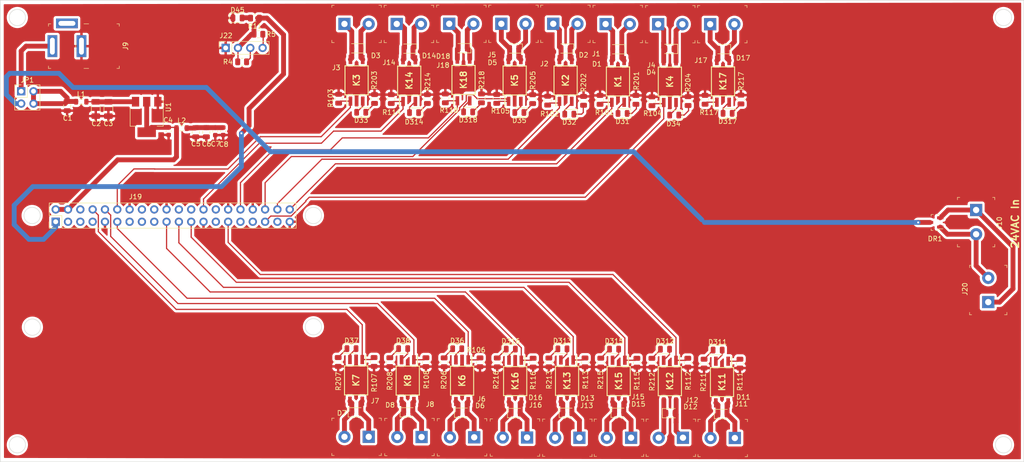
<source format=kicad_pcb>
(kicad_pcb (version 20211014) (generator pcbnew)
  (layers (0 "F.Cu" signal) (1 "In1.Cu" signal) (2 "In2.Cu" signal) (31 "B.Cu" signal) (34 "B.Paste" user) (35 "F.Paste" user) (36 "B.SilkS" user "B.Silkscreen") (37 "F.SilkS" user "F.Silkscreen") (38 "B.Mask" user) (39 "F.Mask" user) (44 "Edge.Cuts" user))
  (net 0 "")
  (net 1 "VBUS")
  (net 2 "GND")
  (net 3 "Net-(C2-Pad1)")
  (net 4 "Net-(D33-Pad1)")
  (net 5 "I2C_SCL")
  (net 6 "I2C_SDA")
  (net 7 "Net-(J5-Pad1)")
  (net 8 "Net-(J5-Pad2)")
  (net 9 "Net-(J6-Pad1)")
  (net 10 "Net-(J6-Pad2)")
  (net 11 "Net-(J8-Pad1)")
  (net 12 "Net-(J15-Pad1)")
  (net 13 "Net-(J15-Pad2)")
  (net 14 "Net-(J17-Pad1)")
  (net 15 "Net-(J17-Pad2)")
  (net 16 "Net-(J18-Pad1)")
  (net 17 "Net-(D35-Pad2)")
  (net 18 "Net-(D36-Pad2)")
  (net 19 "Net-(D37-Pad1)")
  (net 20 "Net-(D37-Pad2)")
  (net 21 "Net-(D38-Pad2)")
  (net 22 "Net-(J19-Pad19)")
  (net 23 "Net-(J19-Pad21)")
  (net 24 "Net-(J19-Pad23)")
  (net 25 "Net-(J19-Pad26)")
  (net 26 "Net-(J19-Pad29)")
  (net 27 "Net-(J19-Pad31)")
  (net 28 "Net-(J19-Pad32)")
  (net 29 "Net-(D311-Pad1)")
  (net 30 "Net-(D312-Pad2)")
  (net 31 "Net-(D315-Pad2)")
  (net 32 "Net-(D316-Pad2)")
  (net 33 "Net-(D317-Pad2)")
  (net 34 "Net-(D318-Pad2)")
  (net 35 "Net-(D45-Pad2)")
  (net 36 "Net-(J16-Pad1)")
  (net 37 "Net-(J16-Pad2)")
  (net 38 "Net-(D31-Pad1)")
  (net 39 "Net-(D32-Pad1)")
  (net 40 "Net-(D34-Pad1)")
  (net 41 "Net-(D35-Pad1)")
  (net 42 "Net-(D36-Pad1)")
  (net 43 "Net-(D38-Pad1)")
  (net 44 "Net-(D312-Pad1)")
  (net 45 "Net-(D313-Pad1)")
  (net 46 "Net-(D314-Pad1)")
  (net 47 "Net-(D314-Pad2)")
  (net 48 "Net-(D315-Pad1)")
  (net 49 "Net-(D316-Pad1)")
  (net 50 "Net-(D317-Pad1)")
  (net 51 "Net-(D318-Pad1)")
  (net 56 "Net-(J19-Pad8)")
  (net 57 "Net-(J19-Pad10)")
  (net 58 "Net-(J19-Pad11)")
  (net 59 "Net-(J19-Pad12)")
  (net 62 "Net-(J19-Pad33)")
  (net 66 "Net-(J19-Pad40)")
  (net 67 "Net-(J19-Pad35)")
  (net 68 "Net-(J19-Pad36)")
  (net 70 "Net-(J19-Pad38)")
  (net 71 "DC_IN")
  (net 72 "AC_L_In")
  (net 73 "AC_N_In")
  (net 75 "Net-(D33-Pad2)")
  (net 76 "Net-(J4-Pad1)")
  (net 77 "Net-(J4-Pad2)")
  (net 78 "Net-(J12-Pad1)")
  (net 79 "Net-(J12-Pad2)")
  (net 80 "Net-(J13-Pad1)")
  (net 81 "Net-(J13-Pad2)")
  (net 82 "Net-(J14-Pad2)")
  (net 83 "Net-(D31-Pad2)")
  (net 84 "Net-(D32-Pad2)")
  (net 85 "Net-(D34-Pad2)")
  (net 86 "Net-(D311-Pad2)")
  (net 87 "Net-(D313-Pad2)")
  (net 88 "Net-(J2-Pad1)")
  (net 89 "Net-(J2-Pad2)")
  (net 90 "Net-(J11-Pad1)")
  (net 91 "Net-(J11-Pad2)")
  (net 92 "16VDC Unregulated In from AC")
  (net 93 "+3V3")
  (net 94 "5V")
  (net 95 "Net-(C5-Pad1)")
  (net 96 "Net-(D1-Pad1)")
  (net 97 "Net-(D1-Pad2)")
  (net 98 "Net-(D3-Pad1)")
  (net 99 "Net-(D3-Pad2)")
  (net 100 "Net-(D7-Pad1)")
  (net 101 "Net-(D7-Pad2)")
  (net 102 "Net-(D8-Pad1)")
  (net 103 "Net-(D14-Pad2)")
  (net 104 "Net-(D18-Pad1)")
  (footprint "Panasonic-SSR:SOP254P962X315-4N" (layer "F.Cu") (at 133.85 82.35 90)
    (fp_text reference "K2")
    (fp_text value "AQY212GHAX" hide)
  )
  (footprint "digikey-footprints:Term_Block_1x2_P5mm" (layer "F.Cu") (at 109.85 70.65)
    (fp_text reference "J18")
    (fp_text value "OSTTC020162")
  )
  (footprint "Resistor_SMD:R_0805_2012Metric" (layer "F.Cu") (at 67.15 78.5)
    (fp_text reference "R4")
    (fp_text value "10k")
  )
  (footprint "Resistor_SMD:R_0805_2012Metric" (layer "F.Cu") (at 159.1 86.6 -90)
    (fp_text reference "R204")
    (fp_text value "R")
  )
  (footprint "Diode_SMD:D_0805_2012Metric" (layer "F.Cu") (at 166.2 151.2)
    (fp_text reference "D11")
    (fp_text value "D")
  )
  (footprint "digikey-footprints:Term_Block_1x2_P5mm" (layer "F.Cu") (at 88.25 70.675)
    (fp_text reference "J3")
    (fp_text value "OSTTC020162")
  )
  (footprint "Capacitor_SMD:C_0805_2012Metric" (layer "F.Cu") (at 57.59 93.03 -90)
    (fp_text reference "C5")
    (fp_text value "100n")
  )
  (footprint "Resistor_SMD:R_0805_2012Metric" (layer "F.Cu") (at 127.05 86.2 -90)
    (fp_text reference "R205")
    (fp_text value "R")
  )
  (footprint "digikey-footprints:Term_Block_1x2_P5mm" (layer "F.Cu") (at 152.932566 70.7375)
    (fp_text reference "J4")
    (fp_text value "OSTTC020162")
  )
  (footprint "Resistor_SMD:R_0805_2012Metric" (layer "F.Cu") (at 137.55 86.55 -90)
    (fp_text reference "R202")
    (fp_text value "R")
  )
  (footprint "LED_SMD:LED_0805_2012Metric" (layer "F.Cu") (at 156.25 89.4875 180)
    (fp_text reference "D34")
    (fp_text value "D")
  )
  (footprint "digikey-footprints:Term_Block_1x2_P5mm" (layer "F.Cu") (at 218.5 109.085 -90)
    (fp_text reference "J10")
    (fp_text value "24VAC In")
  )
  (footprint "Capacitor_SMD:C_0603_1608Metric" (layer "F.Cu") (at 63.24 92.83 -90)
    (fp_text reference "C8")
    (fp_text value "100n")
  )
  (footprint "LED_SMD:LED_0805_2012Metric" (layer "F.Cu") (at 89.7 137.705192)
    (fp_text reference "D37")
    (fp_text value "D")
  )
  (footprint "Connector_PinHeader_2.54mm:PinHeader_2x02_P2.54mm_Vertical" (layer "F.Cu") (at 21.59 84.582)
    (fp_text reference "JP1")
    (fp_text value "VBUS Select")
  )
  (footprint "Diode_SMD:D_0805_2012Metric" (layer "F.Cu") (at 133.85 75.75 180)
    (fp_text reference "D2")
    (fp_text value "D")
  )
  (footprint "Panasonic-SSR:SOP254P962X315-4N" (layer "F.Cu") (at 112.801421 82.24 90)
    (fp_text reference "K18")
    (fp_text value "AQY212GHAX" hide)
  )
  (footprint "LED_SMD:LED_0805_2012Metric" (layer "F.Cu") (at 113.751421 88.84 180)
    (fp_text reference "D318")
    (fp_text value "D")
  )
  (footprint "Resistor_SMD:R_0805_2012Metric" (layer "F.Cu") (at 137.85 140.55 -90)
    (fp_text reference "R113")
    (fp_text value "4k7")
  )
  (footprint "LED_SMD:LED_0805_2012Metric" (layer "F.Cu") (at 154.345765 137.81875)
    (fp_text reference "D312")
    (fp_text value "D")
  )
  (footprint "Panasonic-SSR:SOP254P962X315-4N" (layer "F.Cu") (at 144.65 82.55 90)
    (fp_text reference "K1")
    (fp_text value "AQY212GHAX" hide)
  )
  (footprint "Resistor_SMD:R_0805_2012Metric" (layer "F.Cu") (at 116.501421 86.04 -90)
    (fp_text reference "R218")
    (fp_text value "R")
  )
  (footprint "Diode_SMD:D_0805_2012Metric" (layer "F.Cu") (at 144.9 150.95)
    (fp_text reference "D15")
    (fp_text value "D")
  )
  (footprint "Diode_SMD:D_0805_2012Metric" (layer "F.Cu") (at 134.2 150.95)
    (fp_text reference "D13")
    (fp_text value "D")
  )
  (footprint "Panasonic-SSR:SOP254P962X315-4N" (layer "F.Cu") (at 112.49998 144.32584 -90)
    (fp_text reference "K6")
    (fp_text value "AQY212GHAX" hide)
  )
  (footprint "Package_TO_SOT_SMD:SOT-223-3_TabPin2" (layer "F.Cu") (at 47.47 89.88 -90)
    (fp_text reference "U1")
    (fp_text value "AP1117-50")
  )
  (footprint "Diode_SMD:D_0805_2012Metric" (layer "F.Cu") (at 155.477015 151.025)
    (fp_text reference "D12")
    (fp_text value "D")
  )
  (footprint "Resistor_SMD:R_0805_2012Metric" (layer "F.Cu") (at 130.15 86.5125 90)
    (fp_text reference "R102")
    (fp_text value "4k7")
  )
  (footprint "Resistor_SMD:R_0805_2012Metric" (layer "F.Cu") (at 69.795 69.475 180)
    (fp_text reference "R11")
    (fp_text value "22")
  )
  (footprint "Diode_SMD:D_0805_2012Metric" (layer "F.Cu") (at 90.7 75.7125 180)
    (fp_text reference "D3")
    (fp_text value "D")
  )
  (footprint "Diode_SMD:D_0805_2012Metric" (layer "F.Cu") (at 166.20625 75.88125 180)
    (fp_text reference "D17")
    (fp_text value "D")
  )
  (footprint "digikey-footprints:Term_Block_1x2_P5mm" (layer "F.Cu") (at 142.1 70.7)
    (fp_text reference "J1")
    (fp_text value "OSTTC020162")
  )
  (footprint "Resistor_SMD:R_0805_2012Metric" (layer "F.Cu") (at 94.35 140.455192 -90)
    (fp_text reference "R107")
    (fp_text value "4k7")
  )
  (footprint "Resistor_SMD:R_0805_2012Metric" (layer "F.Cu") (at 140.95 86.35 90)
    (fp_text reference "R101")
    (fp_text value "4k7")
  )
  (footprint "Resistor_SMD:R_0805_2012Metric" (layer "F.Cu") (at 116.19998 140.52584 -90)
    (fp_text reference "R106")
    (fp_text value "4k7")
  )
  (footprint "digikey-footprints:Barrel_Jack_5.5mmODx2.1mmID_PJ-202A" (layer "F.Cu") (at 31.02029 75.26147 -90)
    (fp_text reference "J9")
    (fp_text value "PJ-202A")
  )
  (footprint "Resistor_SMD:R_0805_2012Metric" (layer "F.Cu") (at 87.05 86.1125 90)
    (fp_text reference "R103")
    (fp_text value "4k7")
  )
  (footprint "Panasonic-SSR:SOP254P962X315-4N" (layer "F.Cu") (at 166.1 144.6 -90)
    (fp_text reference "K11")
    (fp_text value "AQY212GHAX" hide)
  )
  (footprint "Capacitor_SMD:C_1206_3216Metric" (layer "F.Cu") (at 39.57 88.23 -90)
    (fp_text reference "C3")
    (fp_text value "100n")
  )
  (footprint "Resistor_SMD:R_0805_2012Metric" (layer "F.Cu") (at 159.045765 140.60625 -90)
    (fp_text reference "R112")
    (fp_text value "4k7")
  )
  (footprint "Resistor_SMD:R_0805_2012Metric" (layer "F.Cu") (at 108.79998 140.52584 90)
    (fp_text reference "R206")
    (fp_text value "R")
  )
  (footprint "Diode_SMD:D_0805_2012Metric" (layer "F.Cu") (at 101.45 75.78125 180)
    (fp_text reference "D14")
    (fp_text value "D")
  )
  (footprint "Diode_SMD:D_0805_2012Metric" (layer "F.Cu") (at 123.55 151)
    (fp_text reference "D16")
    (fp_text value "D")
  )
  (footprint "Panasonic-SSR:SOP254P962X315-4N" (layer "F.Cu") (at 155.35 82.5875 90)
    (fp_text reference "K4")
    (fp_text value "AQY212GHAX" hide)
  )
  (footprint "Resistor_SMD:R_0805_2012Metric" (layer "F.Cu") (at 86.95 140.455192 90)
    (fp_text reference "R207")
    (fp_text value "R")
  )
  (footprint "Capacitor_SMD:C_0805_2012Metric" (layer "F.Cu") (at 59.765 93.03 -90)
    (fp_text reference "C6")
    (fp_text value "10n")
  )
  (footprint "Resistor_SMD:R_0805_2012Metric" (layer "F.Cu") (at 169.8 140.8 -90)
    (fp_text reference "R111")
    (fp_text value "4k7")
  )
  (footprint "Connector_PinHeader_2.54mm:PinHeader_2x20_P2.54mm_Vertical" (layer "F.Cu") (at 28.707 111.511 90)
    (fp_text reference "J19")
    (fp_text value "Raspberry_Pi_2_3")
  )
  (footprint "Resistor_SMD:R_0805_2012Metric" (layer "F.Cu") (at 162.60625 86.33125 90)
    (fp_text reference "R117")
    (fp_text value "4k7")
  )
  (footprint "Resistor_SMD:R_0805_2012Metric" (layer "F.Cu") (at 97.9 86.18125 90)
    (fp_text reference "R114")
    (fp_text value "4k7")
  )
  (footprint "LED_SMD:LED_0805_2012Metric" (layer "F.Cu") (at 165.2 138)
    (fp_text reference "D311")
    (fp_text value "D")
  )
  (footprint "digikey-footprints:Term_Block_1x2_P5mm" (layer "F.Cu") (at 125.9 156.05 180)
    (fp_text reference "J16")
    (fp_text value "OSTTC020162")
  )
  (footprint "Panasonic-SSR:SOP254P962X315-4N" (layer "F.Cu") (at 166.30625 82.53125 90)
    (fp_text reference "K17")
    (fp_text value "AQY212GHAX" hide)
  )
  (footprint "digikey-footprints:Term_Block_1x2_P5mm" (layer "F.Cu") (at 99.035 70.68125)
    (fp_text reference "J14")
    (fp_text value "OSTTC020162")
  )
  (footprint "Panasonic-SSR:SOP254P962X315-4N" (layer "F.Cu") (at 155.345765 144.41875 -90)
    (fp_text reference "K12")
    (fp_text value "AQY212GHAX" hide)
  )
  (footprint "Diode_SMD:D_0805_2012Metric" (layer "F.Cu") (at 112.61248 150.92584)
    (fp_text reference "D6")
    (fp_text value "D")
  )
  (footprint "digikey-footprints:Term_Block_1x2_P5mm" (layer "F.Cu") (at 221 128.1 90)
    (fp_text reference "J20")
    (fp_text value "OSTTC020162")
  )
  (footprint "Resistor_SMD:R_0805_2012Metric" (layer "F.Cu") (at 105.35 86.18125 -90)
    (fp_text reference "R214")
    (fp_text value "R")
  )
  (footprint "Diode_SMD:D_0805_2012Metric" (layer "F.Cu") (at 123.25 75.75 180)
    (fp_text reference "D5")
    (fp_text value "D")
  )
  (footprint "Diode_SMD:D_0805_2012Metric" (layer "F.Cu") (at 90.7 150.855192)
    (fp_text reference "D7")
    (fp_text value "D")
  )
  (footprint "digikey-footprints:Term_Block_1x2_P5mm" (layer "F.Cu") (at 147.35 156.1 180)
    (fp_text reference "J15")
    (fp_text value "OSTTC020162")
  )
  (footprint "digikey-footprints:Term_Block_1x2_P5mm" (layer "F.Cu") (at 163.65625 70.73125)
    (fp_text reference "J17")
    (fp_text value "OSTTC020162")
  )
  (footprint "Panasonic-SSR:SOP254P962X315-4N" (layer "F.Cu") (at 123.45 144.4 -90)
    (fp_text reference "K16")
    (fp_text value "AQY212GHAX" hide)
  )
  (footprint "Diode_SMD:D_0805_2012Metric" (layer "F.Cu") (at 155.270066 75.8375 180)
    (fp_text reference "D4")
    (fp_text value "D")
  )
  (footprint "digikey-footprints:Term_Block_1x2_P5mm" (layer "F.Cu") (at 104.15 155.95 180)
    (fp_text reference "J8")
    (fp_text value "OSTTC020162")
  )
  (footprint "digikey-footprints:Term_Block_1x2_P5mm" (layer "F.Cu") (at 168.75 156.15 180)
    (fp_text reference "J11")
    (fp_text value "OSTTC020162")
  )
  (footprint "Resistor_SMD:R_0805_2012Metric" (layer "F.Cu") (at 70.5 72.8)
    (fp_text reference "R5")
    (fp_text value "10k")
  )
  (footprint "LED_SMD:LED_0805_2012Metric" (layer "F.Cu") (at 91.7 88.9125 180)
    (fp_text reference "D33")
    (fp_text value "D")
  )
  (footprint "Panasonic-SSR:SOP254P962X315-4N" (layer "F.Cu") (at 144.8 144.4 -90)
    (fp_text reference "K15")
    (fp_text value "AQY212GHAX" hide)
  )
  (footprint "Resistor_SMD:R_0805_2012Metric" (layer "F.Cu") (at 119.65 86.15 90)
    (fp_text reference "R105")
    (fp_text value "4k7")
  )
  (footprint "digikey-footprints:Term_Block_1x2_P5mm" (layer "F.Cu") (at 158.05 156.1 180)
    (fp_text reference "J12")
    (fp_text value "OSTTC020162")
  )
  (footprint "Resistor_SMD:R_0805_2012Metric" (layer "F.Cu") (at 119.75 140.55 90)
    (fp_text reference "R216")
    (fp_text value "R")
  )
  (footprint "LED_SMD:LED_0805_2012Metric" (layer "F.Cu") (at 133.2 137.75)
    (fp_text reference "D313")
    (fp_text value "D")
  )
  (footprint "Resistor_SMD:R_0805_2012Metric" (layer "F.Cu") (at 130.4 140.55 90)
    (fp_text reference "R213")
    (fp_text value "R")
  )
  (footprint "Resistor_SMD:R_0805_2012Metric" (layer "F.Cu") (at 162.4 140.8 90)
    (fp_text reference "R211")
    (fp_text value "R")
  )
  (footprint "Panasonic-SSR:SOP254P962X315-4N" (layer "F.Cu") (at 90.65 144.255192 -90)
    (fp_text reference "K7")
    (fp_text value "AQY212GHAX" hide)
  )
  (footprint "Diode_SMD:D_0805_2012Metric" (layer "F.Cu") (at 112.638921 75.69 180)
    (fp_text reference "D18")
    (fp_text value "D")
  )
  (footprint "LED_SMD:LED_0805_2012Metric" (layer "F.Cu") (at 134.6125 89.3 180)
    (fp_text reference "D32")
    (fp_text value "D")
  )
  (footprint "Capacitor_SMD:C_0805_2012Metric" (layer "F.Cu") (at 31.07 87.63 -90)
    (fp_text reference "C1")
    (fp_text value "100n")
  )
  (footprint "Panasonic-SSR:SOP254P962X315-4N" (layer "F.Cu") (at 134.15 144.35 -90)
    (fp_text reference "K13")
    (fp_text value "AQY212GHAX" hide)
  )
  (footprint "Resistor_SMD:R_0805_2012Metric" (layer "F.Cu") (at 148.35 86.35 -90)
    (fp_text reference "R201")
    (fp_text value "R")
  )
  (footprint "Resistor_SMD:R_0805_2012Metric" (layer "F.Cu") (at 94.45 86.1625 -90)
    (fp_text reference "R203")
    (fp_text value "R")
  )
  (footprint "Resistor_SMD:R_0805_2012Metric" (layer "F.Cu") (at 105.05 140.5 -90)
    (fp_text reference "R108")
    (fp_text value "4k7")
  )
  (footprint "LED_SMD:LED_0805_2012Metric" (layer "F.Cu") (at 167.25625 89.13125 180)
    (fp_text reference "D317")
    (fp_text value "D")
  )
  (footprint "Panasonic-SSR:SOP254P962X315-4N" (layer "F.Cu") (at 101.3 144.3 -90)
    (fp_text reference "K8")
    (fp_text value "AQY212GHAX" hide)
  )
  (footprint "digikey-footprints:Term_Block_1x2_P5mm" (layer "F.Cu") (at 115 156 180)
    (fp_text reference "J6")
    (fp_text value "OSTTC020162")
  )
  (footprint "LED_SMD:LED_0805_2012Metric" (layer "F.Cu") (at 143.85 137.8)
    (fp_text reference "D315")
    (fp_text value "D")
  )
  (footprint "LED_SMD:LED_0805_2012Metric" (layer "F.Cu") (at 102.6 88.98125 180)
    (fp_text reference "D314")
    (fp_text value "D")
  )
  (footprint "Resistor_SMD:R_0805_2012Metric" (layer "F.Cu") (at 97.6 140.5 90)
    (fp_text reference "R208")
    (fp_text value "R")
  )
  (footprint "digikey-footprints:SOT-23-3" (layer "F.Cu") (at 210.05 111.65 180)
    (fp_text reference "DR1")
    (fp_text value "BAT54SLT1G")
  )
  (footprint "LED_SMD:LED_0805_2012Metric" (layer "F.Cu") (at 100.35 137.7)
    (fp_text reference "D38")
    (fp_text value "D")
  )
  (footprint "Resistor_SMD:R_0805_2012Metric" (layer "F.Cu") (at 151.65 86.6375 90)
    (fp_text reference "R104")
    (fp_text value "4k7")
  )
  (footprint "LED_SMD:LED_0805_2012Metric" (layer "F.Cu") (at 124.3125 88.95 180)
    (fp_text reference "D35")
    (fp_text value "D")
  )
  (footprint "LED_SMD:LED_0805_2012Metric" (layer "F.Cu") (at 66.2 69.45)
    (fp_text reference "D45")
    (fp_text value "PWR")
  )
  (footprint "Connector_PinSocket_2.54mm:PinSocket_1x04_P2.54mm_Vertical" (layer "F.Cu") (at 63.754 75.628 90)
    (fp_text reference "J22")
    (fp_text value "Conn_01x04")
  )
  (footprint "Capacitor_SMD:C_1206_3216Metric" (layer "F.Cu") (at 36.97 88.23 -90)
    (fp_text reference "C2")
    (fp_text value "4,7u")
  )
  (footprint "digikey-footprints:Term_Block_1x2_P5mm" (layer "F.Cu") (at 120.6 70.65)
    (fp_text reference "J5")
    (fp_text value "OSTTC020162")
  )
  (footprint "Resistor_SMD:R_0805_2012Metric" (layer "F.Cu") (at 148.55 140.6125 -90)
    (fp_text reference "R115")
    (fp_text value "4k7")
  )
  (footprint "digikey-footprints:Term_Block_1x2_P5mm" (layer "F.Cu") (at 131.3 70.65)
    (fp_text reference "J2")
    (fp_text value "OSTTC020162")
  )
  (footprint "Inductor_SMD:L_0805_2012Metric" (layer "F.Cu") (at 33.97 86.73)
    (fp_text reference "L1")
    (fp_text value "1uH")
  )
  (footprint "LED_SMD:LED_0805_2012Metric" (layer "F.Cu") (at 111.49998 137.72584)
    (fp_text reference "D36")
    (fp_text value "D")
  )
  (footprint "Capacitor_SMD:C_0603_1608Metric" (layer "F.Cu") (at 51.99 92.805 -90)
    (fp_text reference "C4")
    (fp_text value "100n")
  )
  (footprint "Inductor_SMD:L_0805_2012Metric" (layer "F.Cu") (at 54.6775 92.18)
    (fp_text reference "L2")
    (fp_text value "10uH")
  )
  (footprint "Resistor_SMD:R_0805_2012Metric" (layer "F.Cu") (at 151.645765 140.61875 90)
    (fp_text reference "R212")
    (fp_text value "R")
  )
  (footprint "Capacitor_SMD:C_0603_1608Metric" (layer "F.Cu") (at 61.615 92.855 -90)
    (fp_text reference "C7")
    (fp_text value "1n")
  )
  (footprint "LED_SMD:LED_0805_2012Metric" (layer "F.Cu") (at 145.6 89.15 180)
    (fp_text reference "D31")
    (fp_text value "D")
  )
  (footprint "Panasonic-SSR:SOP254P962X315-4N" (layer "F.Cu") (at 123.35 82.35 90)
    (fp_text reference "K5")
    (fp_text value "AQY212GHAX" hide)
  )
  (footprint "digikey-footprints:Term_Block_1x2_P5mm" (layer "F.Cu") (at 93.25 155.905192 180)
    (fp_text reference "J7")
    (fp_text value "OSTTC020162")
  )
  (footprint "Panasonic-SSR:SOP254P962X315-4N" (layer "F.Cu") (at 101.6 82.38125 90)
    (fp_text reference "K14")
    (fp_text value "AQY212GHAX" hide)
  )
  (footprint "Resistor_SMD:R_0805_2012Metric" (layer "F.Cu") (at 141.1 140.5875 90)
    (fp_text reference "R215")
    (fp_text value "R")
  )
  (footprint "LED_SMD:LED_0805_2012Metric" (layer "F.Cu") (at 122.55 137.8)
    (fp_text reference "D316")
    (fp_text value "D")
  )
  (footprint "Diode_SMD:D_0805_2012Metric" (layer "F.Cu") (at 144.5 75.9 180)
    (fp_text reference "D1")
    (fp_text value "D")
  )
  (footprint "Resistor_SMD:R_0805_2012Metric" (layer "F.Cu") (at 170.00625 86.28125 -90)
    (fp_text reference "R217")
    (fp_text value "R")
  )
  (footprint "Resistor_SMD:R_0805_2012Metric" (layer "F.Cu") (at 127.15 140.6 -90)
    (fp_text reference "R116")
    (fp_text value "4k7")
  )
  (footprint "digikey-footprints:Term_Block_1x2_P5mm" (layer "F.Cu") (at 136.7 156.1 180)
    (fp_text reference "J13")
    (fp_text value "OSTTC020162")
  )
  (footprint "Panasonic-SSR:SOP254P962X315-4N" (layer "F.Cu") (at 90.75 82.3125 90)
    (fp_text reference "K3")
    (fp_text value "AQY212GHAX" hide)
  )
  (footprint "Resistor_SMD:R_0805_2012Metric" (layer "F.Cu") (at 109.051421 86.04 90)
    (fp_text reference "R118")
    (fp_text value "4k7")
  )
  (footprint "Diode_SMD:D_0805_2012Metric" (layer "F.Cu") (at 101.4 150.85)
    (fp_text reference "D8")
    (fp_text value "D")
  )
  (gr_circle (center 224.15 69.35) (end 225.5 68.35) (layer "Edge.Cuts") (width 0.1) (fill none))
  (gr_circle (center 23.9 133.269971) (end 25.25 132.269971) (layer "Edge.Cuts") (width 0.1) (fill none))
  (gr_circle (center 20.8 69.35) (end 22.15 68.35) (layer "Edge.Cuts") (width 0.1) (fill none))
  (gr_line (start 228.346 65.786) (end 17.272 65.786) (layer "Edge.Cuts") (width 0.1))
  (gr_circle (center 81.85 110.219971) (end 83.2 109.219971) (layer "Edge.Cuts") (width 0.1) (fill none))
  (gr_circle (center 23.85 110.219971) (end 25.2 109.219971) (layer "Edge.Cuts") (width 0.1) (fill none))
  (gr_line (start 17.272 65.786) (end 17.272 161.036) (layer "Edge.Cuts") (width 0.1))
  (gr_circle (center 224.15 157.55) (end 225.5 156.55) (layer "Edge.Cuts") (width 0.1) (fill none))
  (gr_line (start 17.272 161.036) (end 228.346 161.036) (layer "Edge.Cuts") (width 0.1))
  (gr_line (start 228.346 161.036) (end 228.346 65.786) (layer "Edge.Cuts") (width 0.1))
  (gr_circle (center 20.8 157.55) (end 22.15 156.55) (layer "Edge.Cuts") (width 0.1) (fill none))
  (gr_circle (center 81.85 133.190055) (end 83.2 132.190055) (layer "Edge.Cuts") (width 0.1) (fill none))
  (gr_text "24VAC In" (at 226.55 111.9 90) (layer "F.SilkS") (effects (font (size 1.5 1.5) (thickness 0.3))))
  (segment (start 31.07 86.68) (end 31.07 85.934) (width 1) (layer "F.Cu") (net 1))
  (segment (start 30.628 87.122) (end 31.07 86.68) (width 1) (layer "F.Cu") (net 1))
  (segment (start 31.07 85.934) (end 29.718 84.582) (width 1) (layer "F.Cu") (net 1))
  (segment (start 24.13 84.582) (end 24.13 87.122) (width 1) (layer "F.Cu") (net 1))
  (segment (start 31.07 86.68) (end 32.8575 86.68) (width 1) (layer "F.Cu") (net 1))
  (segment (start 29.718 84.582) (end 24.13 84.582) (width 1) (layer "F.Cu") (net 1))
  (segment (start 24.13 87.122) (end 30.628 87.122) (width 1) (layer "F.Cu") (net 1))
  (segment (start 32.8575 86.68) (end 32.9075 86.73) (width 0.25) (layer "F.Cu") (net 1))
  (segment (start 36.945 86.73) (end 36.97 86.755) (width 0.25) (layer "F.Cu") (net 3))
  (segment (start 39.57 86.755) (end 39.595 86.73) (width 0.25) (layer "F.Cu") (net 3))
  (segment (start 35.0325 86.73) (end 36.945 86.73) (width 0.25) (layer "F.Cu") (net 3))
  (segment (start 36.97 86.755) (end 39.57 86.755) (width 1) (layer "F.Cu") (net 3))
  (segment (start 39.595 86.73) (end 45.17 86.73) (width 1) (layer "F.Cu") (net 3))
  (segment (start 94.45 87.075) (end 94.45 87.1) (width 0.25) (layer "F.Cu") (net 4))
  (segment (start 94.45 87.1) (end 92.6375 88.9125) (width 0.25) (layer "F.Cu") (net 4))
  (segment (start 68.834 77.7285) (end 68.0625 78.5) (width 0.25) (layer "F.Cu") (net 5))
  (segment (start 68.834 75.628) (end 68.834 77.7285) (width 0.25) (layer "F.Cu") (net 5))
  (segment (start 71.489 75.513) (end 71.374 75.628) (width 0.25) (layer "F.Cu") (net 6))
  (segment (start 71.489 73.353) (end 71.489 75.513) (width 0.25) (layer "F.Cu") (net 6))
  (segment (start 122.3125 77.8175) (end 122.08 78.05) (width 1) (layer "F.Cu") (net 7))
  (segment (start 122.3125 75.75) (end 122.3125 77.8175) (width 1) (layer "F.Cu") (net 7))
  (segment (start 120.6 74.0375) (end 122.3125 75.75) (width 1) (layer "F.Cu") (net 7))
  (segment (start 120.6 70.65) (end 120.6 74.0375) (width 1) (layer "F.Cu") (net 7))
  (segment (start 125.6 74.3375) (end 124.1875 75.75) (width 1) (layer "F.Cu") (net 8))
  (segment (start 124.1875 75.75) (end 124.1875 77.6175) (width 1) (layer "F.Cu") (net 8))
  (segment (start 125.6 70.65) (end 125.6 74.3375) (width 1) (layer "F.Cu") (net 8))
  (segment (start 124.1875 77.6175) (end 124.62 78.05) (width 1) (layer "F.Cu") (net 8))
  (segment (start 113.54998 148.84584) (end 113.76998 148.62584) (width 1) (layer "F.Cu") (net 9))
  (segment (start 115 152.37586) (end 113.54998 150.92584) (width 1) (layer "F.Cu") (net 9))
  (segment (start 113.54998 150.92584) (end 113.54998 148.84584) (width 1) (layer "F.Cu") (net 9))
  (segment (start 115 156) (end 115 152.37586) (width 1) (layer "F.Cu") (net 9))
  (segment (start 111.67498 150.92584) (end 111.67498 149.07084) (width 1) (layer "F.Cu") (net 10))
  (segment (start 111.67498 149.07084) (end 111.22998 148.62584) (width 1) (layer "F.Cu") (net 10))
  (segment (start 110 152.60082) (end 110 156) (width 1) (layer "F.Cu") (net 10))
  (segment (start 111.67498 150.92584) (end 110 152.60082) (width 1) (layer "F.Cu") (net 10))
  (segment (start 102.3375 148.8325) (end 102.57 148.6) (width 1) (layer "F.Cu") (net 11))
  (segment (start 104.15 152.6625) (end 102.3375 150.85) (width 1) (layer "F.Cu") (net 11))
  (segment (start 102.3375 150.85) (end 102.3375 148.8325) (width 1) (layer "F.Cu") (net 11))
  (segment (start 104.15 155.95) (end 104.15 152.6625) (width 1) (layer "F.Cu") (net 11))
  (segment (start 145.8375 150.95) (end 145.8375 148.9325) (width 1) (layer "F.Cu") (net 12))
  (segment (start 147.35 152.4625) (end 145.8375 150.95) (width 1) (layer "F.Cu") (net 12))
  (segment (start 145.8375 148.9325) (end 146.07 148.7) (width 1) (layer "F.Cu") (net 12))
  (segment (start 147.35 156.1) (end 147.35 152.4625) (width 1) (layer "F.Cu") (net 12))
  (segment (start 142.35 152.5625) (end 143.9625 150.95) (width 1) (layer "F.Cu") (net 13))
  (segment (start 143.9625 150.95) (end 143.9625 149.1325) (width 1) (layer "F.Cu") (net 13))
  (segment (start 143.9625 149.1325) (end 143.53 148.7) (width 1) (layer "F.Cu") (net 13))
  (segment (start 142.35 156.1) (end 142.35 152.5625) (width 1) (layer "F.Cu") (net 13))
  (segment (start 163.65625 70.73125) (end 163.65625 74.26875) (width 1) (layer "F.Cu") (net 14))
  (segment (start 165.26875 75.88125) (end 165.26875 77.99875) (width 1) (layer "F.Cu") (net 14))
  (segment (start 165.26875 77.99875) (end 165.03625 78.23125) (width 1) (layer "F.Cu") (net 14))
  (segment (start 163.65625 74.26875) (end 165.26875 75.88125) (width 1) (layer "F.Cu") (net 14))
  (segment (start 167.14375 77.79875) (end 167.57625 78.23125) (width 1) (layer "F.Cu") (net 15))
  (segment (start 168.65625 74.36875) (end 167.14375 75.88125) (width 1) (layer "F.Cu") (net 15))
  (segment (start 168.65625 70.73125) (end 168.65625 74.36875) (width 1) (layer "F.Cu") (net 15))
  (segment (start 167.14375 75.88125) (end 167.14375 77.79875) (width 1) (layer "F.Cu") (net 15))
  (segment (start 111.701421 75.69) (end 111.701421 72.501421) (width 1) (layer "F.Cu") (net 16))
  (segment (start 111.701421 72.501421) (end 109.85 70.65) (width 1) (layer "F.Cu") (net 16))
  (segment (start 111.531421 77.94) (end 111.531421 75.86) (width 1) (layer "F.Cu") (net 16))
  (segment (start 111.531421 75.86) (end 111.701421 75.69) (width 1) (layer "F.Cu") (net 16))
  (segment (start 124.62 87.705) (end 123.375 88.95) (width 0.25) (layer "F.Cu") (net 17))
  (segment (start 124.62 86.65) (end 124.62 87.705) (width 0.25) (layer "F.Cu") (net 17))
  (segment (start 111.22998 138.93334) (end 112.43748 137.72584) (width 0.25) (layer "F.Cu") (net 18))
  (segment (start 111.22998 140.02584) (end 111.22998 138.93334) (width 0.25) (layer "F.Cu") (net 18))
  (segment (start 86.95 139.542692) (end 86.95 139.517692) (width 0.25) (layer "F.Cu") (net 19))
  (segment (start 86.95 139.517692) (end 88.7625 137.705192) (width 0.25) (layer "F.Cu") (net 19))
  (segment (start 89.38 138.962692) (end 90.6375 137.705192) (width 0.25) (layer "F.Cu") (net 20))
  (segment (start 89.38 139.955192) (end 89.38 138.962692) (width 0.25) (layer "F.Cu") (net 20))
  (segment (start 101.2875 137.7) (end 101.2875 138.7425) (width 0.25) (layer "F.Cu") (net 21))
  (segment (start 101.2875 138.7425) (end 100.03 140) (width 0.25) (layer "F.Cu") (net 21))
  (segment (start 124.72 140.1) (end 124.72 137.528845) (width 0.25) (layer "F.Cu") (net 22))
  (segment (start 51.567 117.017) (end 51.567 111.511) (width 0.25) (layer "F.Cu") (net 22))
  (segment (start 124.72 140.1) (end 126.7375 140.1) (width 0.25) (layer "F.Cu") (net 22))
  (segment (start 126.7375 140.1) (end 127.15 139.6875) (width 0.25) (layer "F.Cu") (net 22))
  (segment (start 124.72 137.528845) (end 113.191155 126) (width 0.25) (layer "F.Cu") (net 22))
  (segment (start 113.191155 126) (end 60.55 126) (width 0.25) (layer "F.Cu") (net 22))
  (segment (start 60.55 126) (end 51.567 117.017) (width 0.25) (layer "F.Cu") (net 22))
  (segment (start 135.42 140.05) (end 137.4375 140.05) (width 0.25) (layer "F.Cu") (net 23))
  (segment (start 54.107 111.511) (end 54.107 115.857) (width 0.25) (layer "F.Cu") (net 23))
  (segment (start 54.107 115.857) (end 63.3 125.05) (width 0.25) (layer "F.Cu") (net 23))
  (segment (start 137.4375 140.05) (end 137.85 139.6375) (width 0.25) (layer "F.Cu") (net 23))
  (segment (start 63.3 125.05) (end 125.25 125.05) (width 0.25) (layer "F.Cu") (net 23))
  (segment (start 135.42 135.22) (end 135.42 140.05) (width 0.25) (layer "F.Cu") (net 23))
  (segment (start 125.25 125.05) (end 135.42 135.22) (width 0.25) (layer "F.Cu") (net 23))
  (segment (start 146.07 135.52) (end 134.55 124) (width 0.25) (layer "F.Cu") (net 24))
  (segment (start 65.95 124) (end 56.647 114.697) (width 0.25) (layer "F.Cu") (net 24))
  (segment (start 148.15 140.1) (end 148.55 139.7) (width 0.25) (layer "F.Cu") (net 24))
  (segment (start 134.55 124) (end 65.95 124) (width 0.25) (layer "F.Cu") (net 24))
  (segment (start 146.07 140.1) (end 148.15 140.1) (width 0.25) (layer "F.Cu") (net 24))
  (segment (start 146.07 140.1) (end 146.07 135.52) (width 0.25) (layer "F.Cu") (net 24))
  (segment (start 56.647 114.697) (end 56.647 111.511) (width 0.25) (layer "F.Cu") (net 24))
  (segment (start 97.9 87.09375) (end 98.3125 86.68125) (width 0.25) (layer "F.Cu") (net 25))
  (segment (start 100.33 86.68125) (end 100.33 88.27) (width 0.25) (layer "F.Cu") (net 25))
  (segment (start 100.33 88.27) (end 95.8 92.8) (width 0.25) (layer "F.Cu") (net 25))
  (segment (start 59.187 106.813) (end 59.187 108.971) (width 0.25) (layer "F.Cu") (net 25))
  (segment (start 70.7 95.3) (end 59.187 106.813) (width 0.25) (layer "F.Cu") (net 25))
  (segment (start 86 92.8) (end 83.5 95.3) (width 0.25) (layer "F.Cu") (net 25))
  (segment (start 95.8 92.8) (end 86 92.8) (width 0.25) (layer "F.Cu") (net 25))
  (segment (start 83.5 95.3) (end 70.7 95.3) (width 0.25) (layer "F.Cu") (net 25))
  (segment (start 98.3125 86.68125) (end 100.33 86.68125) (width 0.25) (layer "F.Cu") (net 25))
  (segment (start 64.267 115.767) (end 64.267 111.511) (width 0.25) (layer "F.Cu") (net 26))
  (segment (start 70.9 122.4) (end 64.267 115.767) (width 0.25) (layer "F.Cu") (net 26))
  (segment (start 156.615765 135.415765) (end 143.6 122.4) (width 0.25) (layer "F.Cu") (net 26))
  (segment (start 156.615765 140.11875) (end 156.615765 135.415765) (width 0.25) (layer "F.Cu") (net 26))
  (segment (start 158.620765 140.11875) (end 156.615765 140.11875) (width 0.25) (layer "F.Cu") (net 26))
  (segment (start 143.6 122.4) (end 70.9 122.4) (width 0.25) (layer "F.Cu") (net 26))
  (segment (start 169.3875 140.3) (end 169.8 139.8875) (width 0.25) (layer "F.Cu") (net 27))
  (segment (start 167.37 140.3) (end 169.3875 140.3) (width 0.25) (layer "F.Cu") (net 27))
  (segment (start 109.463921 86.54) (end 111.531421 86.54) (width 0.25) (layer "F.Cu") (net 28))
  (segment (start 87.8 94.2) (end 85.35 96.65) (width 0.25) (layer "F.Cu") (net 28))
  (segment (start 109.051421 86.9525) (end 109.463921 86.54) (width 0.25) (layer "F.Cu") (net 28))
  (segment (start 85.35 96.65) (end 73.6 96.65) (width 0.25) (layer "F.Cu") (net 28))
  (segment (start 111.531421 86.54) (end 111.531421 88.218579) (width 0.25) (layer "F.Cu") (net 28))
  (segment (start 73.6 96.65) (end 66.807 103.443) (width 0.25) (layer "F.Cu") (net 28))
  (segment (start 105.55 94.2) (end 87.8 94.2) (width 0.25) (layer "F.Cu") (net 28))
  (segment (start 111.531421 88.218579) (end 105.55 94.2) (width 0.25) (layer "F.Cu") (net 28))
  (segment (start 66.807 103.443) (end 66.807 103.943) (width 0.25) (layer "F.Cu") (net 28))
  (segment (start 66.807 103.943) (end 66.807 108.971) (width 0.25) (layer "F.Cu") (net 28))
  (segment (start 164.2625 138) (end 164.2625 138.025) (width 0.25) (layer "F.Cu") (net 29))
  (segment (start 164.2625 138.025) (end 162.4 139.8875) (width 0.25) (layer "F.Cu") (net 29))
  (segment (start 155.283265 137.81875) (end 155.283265 138.91125) (width 0.25) (layer "F.Cu") (net 30))
  (segment (start 155.283265 138.91125) (end 154.075765 140.11875) (width 0.25) (layer "F.Cu") (net 30))
  (segment (start 144.7875 138.8425) (end 143.53 140.1) (width 0.25) (layer "F.Cu") (net 31))
  (segment (start 144.7875 137.8) (end 144.7875 138.8425) (width 0.25) (layer "F.Cu") (net 31))
  (segment (start 122.18 140.1) (end 122.18 139.1075) (width 0.25) (layer "F.Cu") (net 32))
  (segment (start 122.18 139.1075) (end 123.4875 137.8) (width 0.25) (layer "F.Cu") (net 32))
  (segment (start 166.31875 88.08875) (end 167.57625 86.83125) (width 0.25) (layer "F.Cu") (net 33))
  (segment (start 166.31875 89.13125) (end 166.31875 88.08875) (width 0.25) (layer "F.Cu") (net 33))
  (segment (start 112.813921 88.84) (end 112.813921 87.7975) (width 0.25) (layer "F.Cu") (net 34))
  (segment (start 112.813921 87.7975) (end 114.071421 86.54) (width 0.25) (layer "F.Cu") (net 34))
  (segment (start 67.25 69.4) (end 68.51 69.4) (width 1) (layer "F.Cu") (net 35))
  (segment (start 124.4875 151) (end 124.4875 148.9325) (width 1) (layer "F.Cu") (net 36))
  (segment (start 125.9 156.05) (end 125.9 152.4125) (width 1) (layer "F.Cu") (net 36))
  (segment (start 124.4875 148.9325) (end 124.72 148.7) (width 1) (layer "F.Cu") (net 36))
  (segment (start 125.9 152.4125) (end 124.4875 151) (width 1) (layer "F.Cu") (net 36))
  (segment (start 120.9 156.05) (end 120.9 152.7125) (width 1) (layer "F.Cu") (net 37))
  (segment (start 122.6125 149.1325) (end 122.18 148.7) (width 1) (layer "F.Cu") (net 37))
  (segment (start 122.6125 151) (end 122.6125 149.1325) (width 1) (layer "F.Cu") (net 37))
  (segment (start 120.9 152.7125) (end 122.6125 151) (width 1) (layer "F.Cu") (net 37))
  (segment (start 147.5 89.15) (end 148.45 88.2) (width 0.25) (layer "F.Cu") (net 38))
  (segment (start 148.45 87.3625) (end 148.35 87.2625) (width 0.25) (layer "F.Cu") (net 38))
  (segment (start 147.5 89.15) (end 146.5375 89.15) (width 0.25) (layer "F.Cu") (net 38))
  (segment (start 148.45 88.2) (end 148.45 87.3625) (width 0.25) (layer "F.Cu") (net 38))
  (segment (start 137.15 89.3) (end 137.5 88.95) (width 0.25) (layer "F.Cu") (net 39))
  (segment (start 137.5 87.5125) (end 137.55 87.4625) (width 0.25) (layer "F.Cu") (net 39))
  (segment (start 137.5 88.95) (end 137.5 87.5125) (width 0.25) (layer "F.Cu") (net 39))
  (segment (start 135.55 89.3) (end 137.15 89.3) (width 0.25) (layer "F.Cu") (net 39))
  (segment (start 159.2 87.6125) (end 159.1 87.5125) (width 0.25) (layer "F.Cu") (net 40))
  (segment (start 157.1875 89.4875) (end 158.3 89.4875) (width 0.25) (layer "F.Cu") (net 40))
  (segment (start 158.3 89.4875) (end 159.2 88.5875) (width 0.25) (layer "F.Cu") (net 40))
  (segment (start 159.2 88.5875) (end 159.2 87.6125) (width 0.25) (layer "F.Cu") (net 40))
  (segment (start 127.05 87.1125) (end 127.05 87.15) (width 0.25) (layer "F.Cu") (net 41))
  (segment (start 127.05 87.15) (end 125.25 88.95) (width 0.25) (layer "F.Cu") (net 41))
  (segment (start 108.79998 139.61334) (end 108.79998 139.48834) (width 0.25) (layer "F.Cu") (net 42))
  (segment (start 108.79998 139.48834) (end 110.56248 137.72584) (width 0.25) (layer "F.Cu") (net 42))
  (segment (start 99.4125 137.7) (end 99.4125 137.775) (width 0.25) (layer "F.Cu") (net 43))
  (segment (start 99.4125 137.775) (end 97.6 139.5875) (width 0.25) (layer "F.Cu") (net 43))
  (segment (start 153.408265 137.94375) (end 151.645765 139.70625) (width 0.25) (layer "F.Cu") (net 44))
  (segment (start 132.2625 137.775) (end 130.4 139.6375) (width 0.25) (layer "F.Cu") (net 45))
  (segment (start 132.2625 137.75) (end 132.2625 137.775) (width 0.25) (layer "F.Cu") (net 45))
  (segment (start 105.35 87.16875) (end 103.5375 88.98125) (width 0.25) (layer "F.Cu") (net 46))
  (segment (start 105.35 87.09375) (end 105.35 87.16875) (width 0.25) (layer "F.Cu") (net 46))
  (segment (start 101.6625 88.98125) (end 101.6625 87.88875) (width 0.25) (layer "F.Cu") (net 47))
  (segment (start 101.6625 87.88875) (end 102.87 86.68125) (width 0.25) (layer "F.Cu") (net 47))
  (segment (start 142.9125 137.8625) (end 141.1 139.675) (width 0.25) (layer "F.Cu") (net 48))
  (segment (start 142.9125 137.8) (end 142.9125 137.8625) (width 0.25) (layer "F.Cu") (net 48))
  (segment (start 119.775 139.6375) (end 121.6125 137.8) (width 0.25) (layer "F.Cu") (net 49))
  (segment (start 119.75 139.6375) (end 119.775 139.6375) (width 0.25) (layer "F.Cu") (net 49))
  (segment (start 168.19375 89.13125) (end 168.19375 89.00625) (width 0.25) (layer "F.Cu") (net 50))
  (segment (start 168.19375 89.00625) (end 170.00625 87.19375) (width 0.25) (layer "F.Cu") (net 50))
  (segment (start 116.501421 86.9525) (end 116.501421 87.0275) (width 0.25) (layer "F.Cu") (net 51))
  (segment (start 116.501421 87.0275) (end 114.688921 88.84) (width 0.25) (layer "F.Cu") (net 51))
  (segment (start 36.327 108.971) (end 37.501511 110.145511) (width 0.25) (layer "F.Cu") (net 56))
  (segment (start 93.9375 139.955192) (end 94.35 139.542692) (width 0.25) (layer "F.Cu") (net 56))
  (segment (start 91.92 132.77) (end 91.92 139.955192) (width 0.25) (layer "F.Cu") (net 56))
  (segment (start 37.501511 110.145511) (end 37.501511 113.551511) (width 0.25) (layer "F.Cu") (net 56))
  (segment (start 53.55 129.6) (end 88.75 129.6) (width 0.25) (layer "F.Cu") (net 56))
  (segment (start 91.92 139.955192) (end 93.9375 139.955192) (width 0.25) (layer "F.Cu") (net 56))
  (segment (start 88.75 129.6) (end 91.92 132.77) (width 0.25) (layer "F.Cu") (net 56))
  (segment (start 37.501511 113.551511) (end 53.55 129.6) (width 0.25) (layer "F.Cu") (net 56))
  (segment (start 104.6375 140) (end 105.05 139.5875) (width 0.25) (layer "F.Cu") (net 57))
  (segment (start 102.57 140) (end 104.6375 140) (width 0.25) (layer "F.Cu") (net 57))
  (segment (start 40.041511 110.145511) (end 38.867 108.971) (width 0.25) (layer "F.Cu") (net 57))
  (segment (start 95.1 128.4) (end 53.92 128.4) (width 0.25) (layer "F.Cu") (net 57))
  (segment (start 40.041511 114.521511) (end 40.041511 110.145511) (width 0.25) (layer "F.Cu") (net 57))
  (segment (start 102.57 135.87) (end 95.1 128.4) (width 0.25) (layer "F.Cu") (net 57))
  (segment (start 53.92 128.4) (end 40.041511 114.521511) (width 0.25) (layer "F.Cu") (net 57))
  (segment (start 102.57 140) (end 102.57 135.87) (width 0.25) (layer "F.Cu") (net 57))
  (segment (start 113.76998 140.02584) (end 115.78748 140.02584) (width 0.25) (layer "F.Cu") (net 58))
  (segment (start 113.76998 140.02584) (end 113.76998 134.21998) (width 0.25) (layer "F.Cu") (net 58))
  (segment (start 115.78748 140.02584) (end 116.19998 139.61334) (width 0.25) (layer "F.Cu") (net 58))
  (segment (start 113.76998 134.21998) (end 106.85 127.3) (width 0.25) (layer "F.Cu") (net 58))
  (segment (start 55.8 127.3) (end 41.407 112.907) (width 0.25) (layer "F.Cu") (net 58))
  (segment (start 41.407 112.907) (end 41.407 111.511) (width 0.25) (layer "F.Cu") (net 58))
  (segment (start 106.85 127.3) (end 55.8 127.3) (width 0.25) (layer "F.Cu") (net 58))
  (segment (start 44.85 100.6) (end 49.1 100.6) (width 0.25) (layer "F.Cu") (net 59))
  (segment (start 49.1 100.6) (end 49.125 100.625) (width 0.25) (layer "F.Cu") (net 59))
  (segment (start 89.48 87.92) (end 89.48 86.6125) (width 0.25) (layer "F.Cu") (net 59))
  (segment (start 64.225 100.625) (end 70.9 93.95) (width 0.25) (layer "F.Cu") (net 59))
  (segment (start 83.45 93.95) (end 89.48 87.92) (width 0.25) (layer "F.Cu") (net 59))
  (segment (start 87.4625 86.6125) (end 87.05 87.025) (width 0.25) (layer "F.Cu") (net 59))
  (segment (start 41.407 108.971) (end 41.407 104.043) (width 0.25) (layer "F.Cu") (net 59))
  (segment (start 41.407 104.043) (end 44.85 100.6) (width 0.25) (layer "F.Cu") (net 59))
  (segment (start 49.125 100.625) (end 64.225 100.625) (width 0.25) (layer "F.Cu") (net 59))
  (segment (start 89.48 86.6125) (end 87.4625 86.6125) (width 0.25) (layer "F.Cu") (net 59))
  (segment (start 70.9 93.95) (end 83.45 93.95) (width 0.25) (layer "F.Cu") (net 59))
  (segment (start 163.01875 86.83125) (end 165.03625 86.83125) (width 0.25) (layer "F.Cu") (net 62))
  (segment (start 162.60625 87.24375) (end 163.01875 86.83125) (width 0.25) (layer "F.Cu") (net 62))
  (segment (start 86.388 99.55) (end 76.967 108.971) (width 0.25) (layer "F.Cu") (net 66))
  (segment (start 143.38 86.85) (end 143.38 88.17) (width 0.25) (layer "F.Cu") (net 66))
  (segment (start 143.38 88.17) (end 132 99.55) (width 0.25) (layer "F.Cu") (net 66))
  (segment (start 132 99.55) (end 86.388 99.55) (width 0.25) (layer "F.Cu") (net 66))
  (segment (start 140.95 87.2625) (end 141.3625 86.85) (width 0.25) (layer "F.Cu") (net 66))
  (segment (start 141.3625 86.85) (end 143.38 86.85) (width 0.25) (layer "F.Cu") (net 66))
  (segment (start 154.08 90.27) (end 137.9 106.45) (width 0.25) (layer "F.Cu") (net 67))
  (segment (start 152.0625 87.1375) (end 154.08 87.1375) (width 0.25) (layer "F.Cu") (net 67))
  (segment (start 77.262521 110.336489) (end 73.061511 110.336489) (width 0.25) (layer "F.Cu") (net 67))
  (segment (start 137.9 106.45) (end 81 106.45) (width 0.25) (layer "F.Cu") (net 67))
  (segment (start 80.3 107.29901) (end 77.262521 110.336489) (width 0.25) (layer "F.Cu") (net 67))
  (segment (start 80.3 107.15) (end 80.3 107.29901) (width 0.25) (layer "F.Cu") (net 67))
  (segment (start 81 106.45) (end 80.3 107.15) (width 0.25) (layer "F.Cu") (net 67))
  (segment (start 73.061511 110.336489) (end 71.887 111.511) (width 0.25) (layer "F.Cu") (net 67))
  (segment (start 154.08 87.1375) (end 154.08 90.27) (width 0.25) (layer "F.Cu") (net 67))
  (segment (start 151.65 87.55) (end 152.0625 87.1375) (width 0.25) (layer "F.Cu") (net 67))
  (segment (start 112.001901 87.973802) (end 112.001901 88.383817) (width 0.25) (layer "F.Cu") (net 68))
  (segment (start 115.620923 86.11548) (end 114.770932 85.265489) (width 0.25) (layer "F.Cu") (net 68))
  (segment (start 113.37191 86.603793) (end 112.001901 87.973802) (width 0.25) (layer "F.Cu") (net 68))
  (segment (start 112.001901 88.383817) (end 102.335718 98.05) (width 0.25) (layer "F.Cu") (net 68))
  (segment (start 102.335718 98.05) (end 77.3 98.05) (width 0.25) (layer "F.Cu") (net 68))
  (segment (start 119.65 87.0625) (end 120.0625 86.65) (width 0.25) (layer "F.Cu") (net 68))
  (segment (start 114.770932 85.265489) (end 113.37191 85.265489) (width 0.25) (layer "F.Cu") (net 68))
  (segment (start 71.887 103.463) (end 71.887 108.971) (width 0.25) (layer "F.Cu") (net 68))
  (segment (start 77.3 98.05) (end 71.887 103.463) (width 0.25) (layer "F.Cu") (net 68))
  (segment (start 121.54548 86.11548) (end 115.620923 86.11548) (width 0.25) (layer "F.Cu") (net 68))
  (segment (start 113.37191 85.265489) (end 113.37191 86.603793) (width 0.25) (layer "F.Cu") (net 68))
  (segment (start 120.0625 86.65) (end 122.08 86.65) (width 0.25) (layer "F.Cu") (net 68))
  (segment (start 122.08 86.65) (end 121.54548 86.11548) (width 0.25) (layer "F.Cu") (net 68))
  (segment (start 74.427 107.768919) (end 74.427 108.971) (width 0.25) (layer "F.Cu") (net 70))
  (segment (start 132.58 88.02) (end 122 98.6) (width 0.25) (layer "F.Cu") (net 70))
  (segment (start 122 98.6) (end 83.595919 98.6) (width 0.25) (layer "F.Cu") (net 70))
  (segment (start 83.595919 98.6) (end 74.427 107.768919) (width 0.25) (layer "F.Cu") (net 70))
  (segment (start 130.15 87.425) (end 130.575 87) (width 0.25) (layer "F.Cu") (net 70))
  (segment (start 130.575 87) (end 132.58 87) (width 0.25) (layer "F.Cu") (net 70))
  (segment (start 132.58 86.65) (end 132.58 88.02) (width 0.25) (layer "F.Cu") (net 70))
  (segment (start 21.59 76.26) (end 22.58853 75.26147) (width 1) (layer "F.Cu") (net 71))
  (segment (start 22.58853 75.26147) (end 28.02029 75.26147) (width 1) (layer "F.Cu") (net 71))
  (segment (start 21.59 84.582) (end 21.59 76.26) (width 1) (layer "F.Cu") (net 71))
  (segment (start 218.5 114.085) (end 212.585 114.085) (width 1) (layer "F.Cu") (net 72))
  (segment (start 212.585 114.085) (end 211.1 112.6) (width 1) (layer "F.Cu") (net 72))
  (segment (start 218.5 120.6) (end 221 123.1) (width 1) (layer "F.Cu") (net 72))
  (segment (start 218.5 114.085) (end 218.5 120.6) (width 1) (layer "F.Cu") (net 72))
  (segment (start 226.1 116.685) (end 218.5 109.085) (width 1) (layer "F.Cu") (net 73))
  (segment (start 218.5 109.085) (end 212.715 109.085) (width 1) (layer "F.Cu") (net 73))
  (segment (start 226.1 125.35) (end 226.1 116.685) (width 1) (layer "F.Cu") (net 73))
  (segment (start 221 128.1) (end 223.35 128.1) (width 1) (layer "F.Cu") (net 73))
  (segment (start 223.35 128.1) (end 226.1 125.35) (width 1) (layer "F.Cu") (net 73))
  (segment (start 212.715 109.085) (end 211.1 110.7) (width 1) (layer "F.Cu") (net 73))
  (segment (start 92.02 86.6125) (end 92.02 87.655) (width 0.25) (layer "F.Cu") (net 75))
  (segment (start 92.02 87.655) (end 90.7625 88.9125) (width 0.25) (layer "F.Cu") (net 75))
  (segment (start 154.08 78.5375) (end 154.08 74.584934) (width 1) (layer "F.Cu") (net 76))
  (segment (start 154.08 74.584934) (end 154.08 71.884934) (width 1) (layer "F.Cu") (net 76))
  (segment (start 154.08 71.884934) (end 152.932566 70.7375) (width 1) (layer "F.Cu") (net 76))
  (segment (start 154.08 74.584934) (end 154.08 75.584934) (width 1) (layer "F.Cu") (net 76))
  (segment (start 154.08 75.584934) (end 154.332566 75.8375) (width 1) (layer "F.Cu") (net 76))
  (segment (start 156.62 73.724934) (end 156.62 72.050066) (width 1) (layer "F.Cu") (net 77))
  (segment (start 156.62 73.724934) (end 156.62 75.425066) (width 1) (layer "F.Cu") (net 77))
  (segment (start 156.62 78.5375) (end 156.62 73.724934) (width 1) (layer "F.Cu") (net 77))
  (segment (start 156.62 75.425066) (end 156.207566 75.8375) (width 1) (layer "F.Cu") (net 77))
  (segment (start 156.62 72.050066) (end 157.932566 70.7375) (width 1) (layer "F.Cu") (net 77))
  (segment (start 156.647015 152.955) (end 156.647015 151.2575) (width 1) (layer "F.Cu") (net 78))
  (segment (start 156.647015 154.697015) (end 158.05 156.1) (width 1) (layer "F.Cu") (net 78))
  (segment (start 156.647015 148.25) (end 156.647015 152.955) (width 1) (layer "F.Cu") (net 78))
  (segment (start 156.647015 151.2575) (end 156.414515 151.025) (width 1) (layer "F.Cu") (net 78))
  (segment (start 156.647015 152.955) (end 156.647015 154.697015) (width 1) (layer "F.Cu") (net 78))
  (segment (start 154.107015 148.25) (end 154.107015 152.195) (width 1) (layer "F.Cu") (net 79))
  (segment (start 154.107015 151.4575) (end 154.539515 151.025) (width 1) (layer "F.Cu") (net 79))
  (segment (start 154.107015 152.195) (end 154.107015 155.042985) (width 1) (layer "F.Cu") (net 79))
  (segment (start 154.107015 155.042985) (end 153.05 156.1) (width 1) (layer "F.Cu") (net 79))
  (segment (start 154.107015 152.195) (end 154.107015 151.4575) (width 1) (layer "F.Cu") (net 79))
  (segment (start 136.7 152.5125) (end 135.1375 150.95) (width 1) (layer "F.Cu") (net 80))
  (segment (start 135.1375 150.95) (end 135.1375 148.9325) (width 1) (layer "F.Cu") (net 80))
  (segment (start 136.7 156.1) (end 136.7 152.5125) (width 1) (layer "F.Cu") (net 80))
  (segment (start 135.1375 148.9325) (end 135.42 148.65) (width 1) (layer "F.Cu") (net 80))
  (segment (start 131.7 156.1) (end 131.7 152.5125) (width 1) (layer "F.Cu") (net 81))
  (segment (start 133.2625 149.0325) (end 132.88 148.65) (width 1) (layer "F.Cu") (net 81))
  (segment (start 131.7 152.5125) (end 133.2625 150.95) (width 1) (layer "F.Cu") (net 81))
  (segment (start 133.2625 150.95) (end 133.2625 149.0325) (width 1) (layer "F.Cu") (net 81))
  (segment (start 104.035 70.68125) (end 103.35 70.68125) (width 1) (layer "F.Cu") (net 82))
  (segment (start 102.3875 77.59875) (end 102.87 78.08125) (width 1) (layer "F.Cu") (net 82))
  (segment (start 102.3875 75.78125) (end 102.3875 77.59875) (width 1) (layer "F.Cu") (net 82))
  (segment (start 102.6 75.56875) (end 102.3875 75.78125) (width 1) (layer "F.Cu") (net 82))
  (segment (start 103.35 70.68125) (end 102.6 71.43125) (width 1) (layer "F.Cu") (net 82))
  (segment (start 102.6 71.43125) (end 102.6 75.56875) (width 1) (layer "F.Cu") (net 82))
  (segment (start 144.9125 87.8875) (end 144.65 88.15) (width 0.25) (layer "F.Cu") (net 83))
  (segment (start 144.9125 87.8575) (end 144.9125 87.8875) (width 0.25) (layer "F.Cu") (net 83))
  (segment (start 144.65 88.15) (end 144.65 89.1375) (width 0.25) (layer "F.Cu") (net 83))
  (segment (start 144.65 89.1375) (end 144.6625 89.15) (width 0.25) (layer "F.Cu") (net 83))
  (segment (start 145.92 86.85) (end 144.9125 87.8575) (width 0.25) (layer "F.Cu") (net 83))
  (segment (start 133.675 88.445) (end 135.12 87) (width 0.25) (layer "F.Cu") (net 84))
  (segment (start 133.675 89.3) (end 133.675 88.445) (width 0.25) (layer "F.Cu") (net 84))
  (segment (start 156.62 88.18) (end 156.62 87.1375) (width 0.25) (layer "F.Cu") (net 85))
  (segment (start 155.3125 89.4875) (end 156.62 88.18) (width 0.25) (layer "F.Cu") (net 85))
  (segment (start 166.1375 138.9925) (end 164.83 140.3) (width 0.25) (layer "F.Cu") (net 86))
  (segment (start 166.1375 138) (end 166.1375 138.9925) (width 0.25) (layer "F.Cu") (net 86))
  (segment (start 134.1375 137.75) (end 134.1375 138.7925) (width 0.25) (layer "F.Cu") (net 87))
  (segment (start 134.1375 138.7925) (end 132.88 140.05) (width 0.25) (layer "F.Cu") (net 87))
  (segment (start 132.9125 77.7175) (end 132.58 78.05) (width 1) (layer "F.Cu") (net 88))
  (segment (start 132.58 75.4175) (end 132.9125 75.75) (width 1) (layer "F.Cu") (net 88))
  (segment (start 132.58 71.93) (end 131.3 70.65) (width 1) (layer "F.Cu") (net 88))
  (segment (start 132.58 71.93) (end 132.58 75.4175) (width 1) (layer "F.Cu") (net 88))
  (segment (start 132.9125 75.75) (end 132.9125 77.7175) (width 1) (layer "F.Cu") (net 88))
  (segment (start 135.12 71.83) (end 135.12 75.4175) (width 1) (layer "F.Cu") (net 89))
  (segment (start 134.7875 75.75) (end 134.7875 77.7175) (width 1) (layer "F.Cu") (net 89))
  (segment (start 135.12 75.4175) (end 134.7875 75.75) (width 1) (layer "F.Cu") (net 89))
  (segment (start 135.12 71.83) (end 136.3 70.65) (width 1) (layer "F.Cu") (net 89))
  (segment (start 134.7875 77.7175) (end 135.12 78.05) (width 1) (layer "F.Cu") (net 89))
  (segment (start 168.75 156.15) (end 168.75 152.8125) (width 1) (layer "F.Cu") (net 90))
  (segment (start 168.75 152.8125) (end 167.1375 151.2) (width 1) (layer "F.Cu") (net 90))
  (segment (start 167.1375 151.2) (end 167.1375 149.1325) (width 1) (layer "F.Cu") (net 90))
  (segment (start 167.1375 149.1325) (end 167.37 148.9) (width 1) (layer "F.Cu") (net 90))
  (segment (start 163.75 156.15) (end 163.75 152.7125) (width 1) (layer "F.Cu") (net 91))
  (segment (start 165.2625 151.2) (end 165.2625 149.3325) (width 1) (layer "F.Cu") (net 91))
  (segment (start 165.2625 149.3325) (end 164.83 148.9) (width 1) (layer "F.Cu") (net 91))
  (segment (start 163.75 152.7125) (end 165.2625 151.2) (width 1) (layer "F.Cu") (net 91))
  (segment (start 209 111.65) (end 206.55 111.65) (width 1) (layer "F.Cu") (net 92))
  (via (at 206.55 111.65) (size 0.8) (drill 0.4) (layers "F.Cu" "B.Cu") (net 92))
  (segment (start 19.23 80.87) (end 29.38 80.87) (width 1) (layer "B.Cu") (net 92))
  (segment (start 59.77 83.79) (end 73.03 97.05) (width 1) (layer "B.Cu") (net 92))
  (segment (start 18.54 85.274081) (end 18.54 81.56) (width 1) (layer "B.Cu") (net 92))
  (segment (start 147.8775 97.05) (end 161.93875 111.11125) (width 1) (layer "B.Cu") (net 92))
  (segment (start 73.03 97.05) (end 147.8775 97.05) (width 1) (layer "B.Cu") (net 92))
  (segment (start 32.3 83.79) (end 59.77 83.79) (width 1) (layer "B.Cu") (net 92))
  (segment (start 206.55 111.65) (end 162.4775 111.65) (width 1) (layer "B.Cu") (net 92))
  (segment (start 29.38 80.87) (end 32.3 83.79) (width 1) (layer "B.Cu") (net 92))
  (segment (start 21.59 87.122) (end 20.387919 87.122) (width 1) (layer "B.Cu") (net 92))
  (segment (start 20.387919 87.122) (end 18.54 85.274081) (width 1) (layer "B.Cu") (net 92))
  (segment (start 18.54 81.56) (end 19.23 80.87) (width 1) (layer "B.Cu") (net 92))
  (segment (start 66.294 75.628) (end 66.294 77.978) (width 0.25) (layer "F.Cu") (net 93))
  (segment (start 66.294 75.628) (end 68.569 73.353) (width 1) (layer "F.Cu") (net 93))
  (segment (start 70.7075 69.475) (end 70.7075 69.8925) (width 0.25) (layer "F.Cu") (net 93))
  (segment (start 68.569 73.331) (end 69.1 72.8) (width 1) (layer "F.Cu") (net 93))
  (segment (start 70.7075 69.8925) (end 69.5875 71.0125) (width 1) (layer "F.Cu") (net 93))
  (segment (start 66.294 77.978) (end 66.319 78.003) (width 0.25) (layer "F.Cu") (net 93))
  (segment (start 68.584 91.666) (end 67 93.25) (width 1) (layer "F.Cu") (net 93))
  (segment (start 75.692 81.026) (end 68.584 88.134) (width 1) (layer "F.Cu") (net 93))
  (segment (start 70.325 69.475) (end 72.269 69.475) (width 1) (layer "F.Cu") (net 93))
  (segment (start 68.569 73.353) (end 68.569 73.331) (width 0.25) (layer "F.Cu") (net 93))
  (segment (start 69.5875 71.0125) (end 69.5875 72.8) (width 1) (layer "F.Cu") (net 93))
  (segment (start 69.1 72.8) (end 69.5875 72.8) (width 1) (layer "F.Cu") (net 93))
  (segment (start 75.692 72.898) (end 75.692 81.026) (width 1) (layer "F.Cu") (net 93))
  (segment (start 68.584 88.134) (end 68.584 91.666) (width 1) (layer "F.Cu") (net 93))
  (segment (start 72.269 69.475) (end 75.692 72.898) (width 1) (layer "F.Cu") (net 93))
  (via (at 67 93.25) (size 0.8) (drill 0.4) (layers "F.Cu" "B.Cu") (net 93))
  (segment (start 26.2 115.15) (end 28.707 112.643) (width 1) (layer "B.Cu") (net 93))
  (segment (start 62.9 104.25) (end 24 104.25) (width 1) (layer "B.Cu") (net 93))
  (segment (start 67 100.15) (end 62.9 104.25) (width 1) (layer "B.Cu") (net 93))
  (segment (start 24 104.25) (end 20.15 108.1) (width 1) (layer "B.Cu") (net 93))
  (segment (start 20.15 108.1) (end 20.15 112.1) (width 1) (layer "B.Cu") (net 93))
  (segment (start 20.15 112.1) (end 23.2 115.15) (width 1) (layer "B.Cu") (net 93))
  (segment (start 28.707 112.643) (end 28.707 111.511) (width 1) (layer "B.Cu") (net 93))
  (segment (start 23.2 115.15) (end 26.2 115.15) (width 1) (layer "B.Cu") (net 93))
  (segment (start 67 93.25) (end 67 100.15) (width 1) (layer "B.Cu") (net 93))
  (segment (start 37.034 103.184) (end 31.247 108.971) (width 1) (layer "F.Cu") (net 94))
  (segment (start 53.465 92.03) (end 53.615 92.18) (width 0.25) (layer "F.Cu") (net 94))
  (segment (start 53.016 98.734) (end 53.615 98.135) (width 1) (layer "F.Cu") (net 94))
  (segment (start 48.47 92.03) (end 51.99 92.03) (width 1) (layer "F.Cu") (net 94))
  (segment (start 41.484 98.734) (end 37.034 103.184) (width 1) (layer "F.Cu") (net 94))
  (segment (start 53.615 98.135) (end 53.615 92.18) (width 1) (layer "F.Cu") (net 94))
  (segment (start 47.47 93.03) (end 47.47 86.73) (width 1) (layer "F.Cu") (net 94))
  (segment (start 51.99 92.03) (end 53.465 92.03) (width 0.25) (layer "F.Cu") (net 94))
  (segment (start 41.484 98.734) (end 53.016 98.734) (width 1) (layer "F.Cu") (net 94))
  (segment (start 31.247 108.971) (end 28.707 108.971) (width 1) (layer "F.Cu") (net 94))
  (segment (start 47.47 93.03) (end 48.47 92.03) (width 1) (layer "F.Cu") (net 94))
  (segment (start 55.74 92.18) (end 57.49 92.18) (width 1) (layer "F.Cu") (net 95))
  (segment (start 63.215 92.08) (end 63.245 92.05) (width 0.25) (layer "F.Cu") (net 95))
  (segment (start 57.59 92.08) (end 59.765 92.08) (width 1) (layer "F.Cu") (net 95))
  (segment (start 63.215 92.08) (end 63.24 92.055) (width 0.25) (layer "F.Cu") (net 95))
  (segment (start 61.615 92.08) (end 63.215 92.08) (width 1) (layer "F.Cu") (net 95))
  (segment (start 59.765 92.08) (end 61.615 92.08) (width 1) (layer "F.Cu") (net 95))
  (segment (start 57.49 92.18) (end 57.59 92.08) (width 0.25) (layer "F.Cu") (net 95))
  (segment (start 145.4375 72.3625) (end 147.1 70.7) (width 1) (layer "F.Cu") (net 96))
  (segment (start 145.4375 75.9) (end 145.4375 77.7675) (width 1) (layer "F.Cu") (net 96))
  (segment (start 145.4375 77.7675) (end 145.92 78.25) (width 1) (layer "F.Cu") (net 96))
  (segment (start 145.4375 75.9) (end 145.4375 72.3625) (width 1) (layer "F.Cu") (net 96))
  (segment (start 143.5625 72.1625) (end 142.1 70.7) (width 1) (layer "F.Cu") (net 97))
  (segment (start 143.5625 75.9) (end 143.5625 78.0675) (width 1) (layer "F.Cu") (net 97))
  (segment (start 143.5625 75.9) (end 143.5625 72.1625) (width 1) (layer "F.Cu") (net 97))
  (segment (start 143.5625 78.0675) (end 143.38 78.25) (width 1) (layer "F.Cu") (net 97))
  (segment (start 91.6375 75.7125) (end 91.6375 77.63) (width 1) (layer "F.Cu") (net 98))
  (segment (start 91.6375 72.175) (end 91.6375 75.7125) (width 1) (layer "F.Cu") (net 98))
  (segment (start 93.1375 70.675) (end 91.6375 72.175) (width 1) (layer "F.Cu") (net 98))
  (segment (start 93.25 70.675) (end 93.1375 70.675) (width 0.25) (layer "F.Cu") (net 98))
  (segment (start 91.6375 77.63) (end 92.02 78.0125) (width 1) (layer "F.Cu") (net 98))
  (segment (start 89.6 72.0125) (end 89.7625 72.175) (width 0.25) (layer "F.Cu") (net 99))
  (segment (start 89.7625 72.175) (end 89.7625 75.7125) (width 1) (layer "F.Cu") (net 99))
  (segment (start 89.7625 75.7125) (end 89.7625 77.73) (width 1) (layer "F.Cu") (net 99))
  (segment (start 89.5875 72.0125) (end 89.6 72.0125) (width 0.25) (layer "F.Cu") (net 99))
  (segment (start 89.7625 77.73) (end 89.48 78.0125) (width 1) (layer "F.Cu") (net 99))
  (segment (start 88.25 70.675) (end 89.5875 72.0125) (width 1) (layer "F.Cu") (net 99))
  (segment (start 89.7625 150.855192) (end 89.7625 148.937692) (width 1) (layer "F.Cu") (net 100))
  (segment (start 88.25 152.367692) (end 89.7625 150.855192) (width 1) (layer "F.Cu") (net 100))
  (segment (start 88.25 155.905192) (end 88.25 152.367692) (width 1) (layer "F.Cu") (net 100))
  (segment (start 89.7625 148.937692) (end 89.38 148.555192) (width 1) (layer "F.Cu") (net 100))
  (segment (start 91.6375 150.855192) (end 91.6375 148.837692) (width 1) (layer "F.Cu") (net 101))
  (segment (start 93.25 152.467692) (end 91.6375 150.855192) (width 1) (layer "F.Cu") (net 101))
  (segment (start 93.25 155.905192) (end 93.25 152.467692) (width 1) (layer "F.Cu") (net 101))
  (segment (start 91.6375 148.837692) (end 91.92 148.555192) (width 1) (layer "F.Cu") (net 101))
  (segment (start 99.15 152.1625) (end 100.4625 150.85) (width 1) (layer "F.Cu") (net 102))
  (segment (start 100.4625 150.85) (end 100.4625 149.0325) (width 1) (layer "F.Cu") (net 102))
  (segment (start 100.4625 149.0325) (end 100.03 148.6) (width 1) (layer "F.Cu") (net 102))
  (segment (start 99.15 155.95) (end 99.15 152.1625) (width 1) (layer "F.Cu") (net 102))
  (segment (start 99.75 70.68125) (end 100.65 71.58125) (width 1) (layer "F.Cu") (net 103))
  (segment (start 100.65 75.64375) (end 100.5125 75.78125) (width 1) (layer "F.Cu") (net 103))
  (segment (start 99.035 70.68125) (end 99.75 70.68125) (width 1) (layer "F.Cu") (net 103))
  (segment (start 100.5125 77.89875) (end 100.33 78.08125) (width 1) (layer "F.Cu") (net 103))
  (segment (start 100.65 71.58125) (end 100.65 75.64375) (width 1) (layer "F.Cu") (net 103))
  (segment (start 100.5125 75.78125) (end 100.5125 77.89875) (width 1) (layer "F.Cu") (net 103))
  (segment (start 114.071421 77.94) (end 114.071421 76.185) (width 1) (layer "F.Cu") (net 104))
  (segment (start 114.071421 76.185) (end 113.576421 75.69) (width 1) (layer "F.Cu") (net 104))
  (segment (start 113.576421 75.69) (end 113.576421 71.923579) (width 1) (layer "F.Cu") (net 104))
  (segment (start 113.576421 71.923579) (end 114.85 70.65) (width 1) (layer "F.Cu") (net 104))
  (zone (net 2) (net_name "GND") (layer "F.Cu") (connect_pads (clearance 0.508)) (min_thickness 0.254) (fill yes (thermal_gap 0.508) (thermal_bridge_width 0.508))
    (polygon (pts (xy 18.040431 160.263826) (xy 17.990431 66.603826) (xy 227.790431 66.273826) (xy 227.730431 160.623826)))
  )
)
</source>
